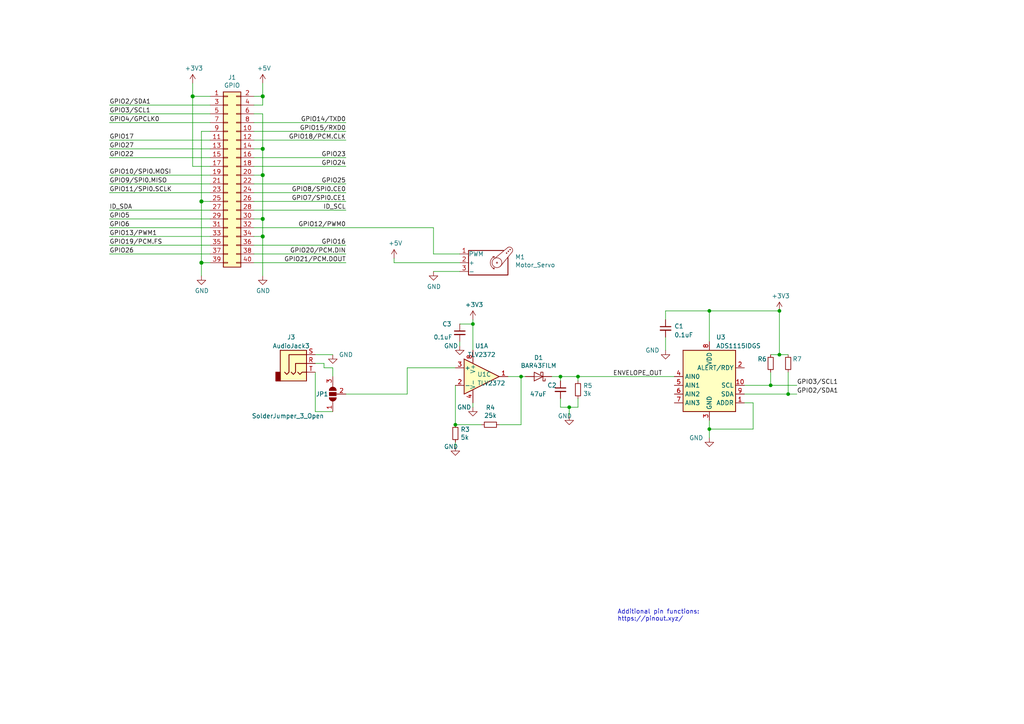
<source format=kicad_sch>
(kicad_sch (version 20230121) (generator eeschema)
  (paper "A4")
  (title_block (date "15 nov 2012"))
  (lib_symbols
    (symbol "Alexa_kicad_PCB-rescue:BAR43FILM-Diode" (pin_numbers hide) (pin_names (offset 1.016) hide)
      (property "Reference" "D" (at 0 2.54 0))
      (property "Value" "Diode_BAR43FILM" (at 0 -2.54 0))
      (symbol "BAR43FILM-Diode_0_1"
        (polyline (pts (xy 1.27 0) (xy -1.27 0)))
        (polyline (pts (xy 1.27 1.27) (xy 1.27 -1.27) (xy -1.27 0) (xy 1.27 1.27)) (stroke (width 0.2032)))
        (polyline (pts (xy -1.905 0.635) (xy -1.905 1.27) (xy -1.27 1.27) (xy -1.27 -1.27) (xy -0.635 -1.27) (xy -0.635 -0.635)) (stroke (width 0.2032)))
      )
      (symbol "BAR43FILM-Diode_1_1"
        (pin passive line (at 3.81 0 180) (length 2.54) (name "A") (number "1"))
        (pin no_connect line (at 3.81 2.54 180) (length 2.54) hide (name "NC") (number "2"))
        (pin passive line (at -3.81 0 0) (length 2.54) (name "K") (number "3"))
      )
    )
    (symbol "Amplifier_Operational:TLV2372" (pin_names (offset 0.127))
      (property "Reference" "U" (at 0 5.08 0))
      (property "Value" "TLV2372" (at 0 -5.08 0))
      (symbol "TLV2372_1_1"
        (polyline (pts (xy -5.08 5.08) (xy 5.08 0) (xy -5.08 -5.08) (xy -5.08 5.08)) (stroke (width 0.254)) (fill (type background)))
        (pin output line (at 7.62 0 180) (length 2.54) (name "~") (number "1"))
        (pin input line (at -7.62 -2.54 0) (length 2.54) (name "-") (number "2"))
        (pin input line (at -7.62 2.54 0) (length 2.54) (name "+") (number "3"))
      )
      (symbol "TLV2372_2_1"
        (polyline (pts (xy -5.08 5.08) (xy 5.08 0) (xy -5.08 -5.08) (xy -5.08 5.08)) (stroke (width 0.254)) (fill (type background)))
        (pin input line (at -7.62 2.54 0) (length 2.54) (name "+") (number "5"))
        (pin input line (at -7.62 -2.54 0) (length 2.54) (name "-") (number "6"))
        (pin output line (at 7.62 0 180) (length 2.54) (name "~") (number "7"))
      )
      (symbol "TLV2372_3_1"
        (pin power_in line (at -2.54 -7.62 90) (length 3.81) (name "V-") (number "4"))
        (pin power_in line (at -2.54 7.62 270) (length 3.81) (name "V+") (number "8"))
      )
    )
    (symbol "Analog_ADC:ADS1115IDGS"
      (property "Reference" "U" (at 2.54 13.97 0))
      (property "Value" "ADS1115IDGS" (at 7.62 11.43 0))
      (symbol "ADS1115IDGS_0_1"
        (rectangle (start -7.62 10.16) (end 7.62 -7.62) (stroke (width 0.254)) (fill (type background)))
      )
      (symbol "ADS1115IDGS_1_1"
        (pin input line (at 10.16 -5.08 180) (length 2.54) (name "ADDR") (number "1"))
        (pin input line (at 10.16 0 180) (length 2.54) (name "SCL") (number "10"))
        (pin output line (at 10.16 5.08 180) (length 2.54) (name "ALERT/RDY") (number "2"))
        (pin power_in line (at 0 -10.16 90) (length 2.54) (name "GND") (number "3"))
        (pin input line (at -10.16 2.54 0) (length 2.54) (name "AIN0") (number "4"))
        (pin input line (at -10.16 0 0) (length 2.54) (name "AIN1") (number "5"))
        (pin input line (at -10.16 -2.54 0) (length 2.54) (name "AIN2") (number "6"))
        (pin input line (at -10.16 -5.08 0) (length 2.54) (name "AIN3") (number "7"))
        (pin power_in line (at 0 12.7 270) (length 2.54) (name "VDD") (number "8"))
        (pin bidirectional line (at 10.16 -2.54 180) (length 2.54) (name "SDA") (number "9"))
      )
    )
    (symbol "Connector_Audio:AudioJack3"
      (property "Reference" "J" (at 0 8.89 0))
      (property "Value" "AudioJack3" (at 0 6.35 0))
      (symbol "AudioJack3_0_1"
        (rectangle (start -5.08 -5.08) (end -6.35 -2.54) (stroke (width 0.254)) (fill (type outline)))
        (polyline (pts (xy 0 -2.54) (xy 0.635 -3.175) (xy 1.27 -2.54) (xy 2.54 -2.54)) (stroke (width 0.254)))
        (polyline (pts (xy -1.905 -2.54) (xy -1.27 -3.175) (xy -0.635 -2.54) (xy -0.635 0) (xy 2.54 0)) (stroke (width 0.254)))
        (polyline (pts (xy 2.54 2.54) (xy -2.54 2.54) (xy -2.54 -2.54) (xy -3.175 -3.175) (xy -3.81 -2.54)) (stroke (width 0.254)))
        (rectangle (start 2.54 3.81) (end -5.08 -5.08) (stroke (width 0.254)) (fill (type background)))
      )
      (symbol "AudioJack3_1_1"
        (pin passive line (at 5.08 0 180) (length 2.54) (name "~") (number "R"))
        (pin passive line (at 5.08 2.54 180) (length 2.54) (name "~") (number "S"))
        (pin passive line (at 5.08 -2.54 180) (length 2.54) (name "~") (number "T"))
      )
    )
    (symbol "Connector_Generic:Conn_02x20_Odd_Even" (pin_names (offset 1.016) hide)
      (property "Reference" "J" (at 1.27 25.4 0))
      (property "Value" "Conn_02x20_Odd_Even" (at 1.27 -27.94 0))
      (symbol "Conn_02x20_Odd_Even_1_1"
        (rectangle (start -1.27 -25.273) (end 0 -25.527) (stroke (width 0.1524)))
        (rectangle (start -1.27 -22.733) (end 0 -22.987) (stroke (width 0.1524)))
        (rectangle (start -1.27 -20.193) (end 0 -20.447) (stroke (width 0.1524)))
        (rectangle (start -1.27 -17.653) (end 0 -17.907) (stroke (width 0.1524)))
        (rectangle (start -1.27 -15.113) (end 0 -15.367) (stroke (width 0.1524)))
        (rectangle (start -1.27 -12.573) (end 0 -12.827) (stroke (width 0.1524)))
        (rectangle (start -1.27 -10.033) (end 0 -10.287) (stroke (width 0.1524)))
        (rectangle (start -1.27 -7.493) (end 0 -7.747) (stroke (width 0.1524)))
        (rectangle (start -1.27 -4.953) (end 0 -5.207) (stroke (width 0.1524)))
        (rectangle (start -1.27 -2.413) (end 0 -2.667) (stroke (width 0.1524)))
        (rectangle (start -1.27 0.127) (end 0 -0.127) (stroke (width 0.1524)))
        (rectangle (start -1.27 2.667) (end 0 2.413) (stroke (width 0.1524)))
        (rectangle (start -1.27 5.207) (end 0 4.953) (stroke (width 0.1524)))
        (rectangle (start -1.27 7.747) (end 0 7.493) (stroke (width 0.1524)))
        (rectangle (start -1.27 10.287) (end 0 10.033) (stroke (width 0.1524)))
        (rectangle (start -1.27 12.827) (end 0 12.573) (stroke (width 0.1524)))
        (rectangle (start -1.27 15.367) (end 0 15.113) (stroke (width 0.1524)))
        (rectangle (start -1.27 17.907) (end 0 17.653) (stroke (width 0.1524)))
        (rectangle (start -1.27 20.447) (end 0 20.193) (stroke (width 0.1524)))
        (rectangle (start -1.27 22.987) (end 0 22.733) (stroke (width 0.1524)))
        (rectangle (start -1.27 24.13) (end 3.81 -26.67) (stroke (width 0.254)) (fill (type background)))
        (rectangle (start 3.81 -25.273) (end 2.54 -25.527) (stroke (width 0.1524)))
        (rectangle (start 3.81 -22.733) (end 2.54 -22.987) (stroke (width 0.1524)))
        (rectangle (start 3.81 -20.193) (end 2.54 -20.447) (stroke (width 0.1524)))
        (rectangle (start 3.81 -17.653) (end 2.54 -17.907) (stroke (width 0.1524)))
        (rectangle (start 3.81 -15.113) (end 2.54 -15.367) (stroke (width 0.1524)))
        (rectangle (start 3.81 -12.573) (end 2.54 -12.827) (stroke (width 0.1524)))
        (rectangle (start 3.81 -10.033) (end 2.54 -10.287) (stroke (width 0.1524)))
        (rectangle (start 3.81 -7.493) (end 2.54 -7.747) (stroke (width 0.1524)))
        (rectangle (start 3.81 -4.953) (end 2.54 -5.207) (stroke (width 0.1524)))
        (rectangle (start 3.81 -2.413) (end 2.54 -2.667) (stroke (width 0.1524)))
        (rectangle (start 3.81 0.127) (end 2.54 -0.127) (stroke (width 0.1524)))
        (rectangle (start 3.81 2.667) (end 2.54 2.413) (stroke (width 0.1524)))
        (rectangle (start 3.81 5.207) (end 2.54 4.953) (stroke (width 0.1524)))
        (rectangle (start 3.81 7.747) (end 2.54 7.493) (stroke (width 0.1524)))
        (rectangle (start 3.81 10.287) (end 2.54 10.033) (stroke (width 0.1524)))
        (rectangle (start 3.81 12.827) (end 2.54 12.573) (stroke (width 0.1524)))
        (rectangle (start 3.81 15.367) (end 2.54 15.113) (stroke (width 0.1524)))
        (rectangle (start 3.81 17.907) (end 2.54 17.653) (stroke (width 0.1524)))
        (rectangle (start 3.81 20.447) (end 2.54 20.193) (stroke (width 0.1524)))
        (rectangle (start 3.81 22.987) (end 2.54 22.733) (stroke (width 0.1524)))
        (pin passive line (at -5.08 22.86 0) (length 3.81) (name "Pin_1") (number "1"))
        (pin passive line (at 7.62 12.7 180) (length 3.81) (name "Pin_10") (number "10"))
        (pin passive line (at -5.08 10.16 0) (length 3.81) (name "Pin_11") (number "11"))
        (pin passive line (at 7.62 10.16 180) (length 3.81) (name "Pin_12") (number "12"))
        (pin passive line (at -5.08 7.62 0) (length 3.81) (name "Pin_13") (number "13"))
        (pin passive line (at 7.62 7.62 180) (length 3.81) (name "Pin_14") (number "14"))
        (pin passive line (at -5.08 5.08 0) (length 3.81) (name "Pin_15") (number "15"))
        (pin passive line (at 7.62 5.08 180) (length 3.81) (name "Pin_16") (number "16"))
        (pin passive line (at -5.08 2.54 0) (length 3.81) (name "Pin_17") (number "17"))
        (pin passive line (at 7.62 2.54 180) (length 3.81) (name "Pin_18") (number "18"))
        (pin passive line (at -5.08 0 0) (length 3.81) (name "Pin_19") (number "19"))
        (pin passive line (at 7.62 22.86 180) (length 3.81) (name "Pin_2") (number "2"))
        (pin passive line (at 7.62 0 180) (length 3.81) (name "Pin_20") (number "20"))
        (pin passive line (at -5.08 -2.54 0) (length 3.81) (name "Pin_21") (number "21"))
        (pin passive line (at 7.62 -2.54 180) (length 3.81) (name "Pin_22") (number "22"))
        (pin passive line (at -5.08 -5.08 0) (length 3.81) (name "Pin_23") (number "23"))
        (pin passive line (at 7.62 -5.08 180) (length 3.81) (name "Pin_24") (number "24"))
        (pin passive line (at -5.08 -7.62 0) (length 3.81) (name "Pin_25") (number "25"))
        (pin passive line (at 7.62 -7.62 180) (length 3.81) (name "Pin_26") (number "26"))
        (pin passive line (at -5.08 -10.16 0) (length 3.81) (name "Pin_27") (number "27"))
        (pin passive line (at 7.62 -10.16 180) (length 3.81) (name "Pin_28") (number "28"))
        (pin passive line (at -5.08 -12.7 0) (length 3.81) (name "Pin_29") (number "29"))
        (pin passive line (at -5.08 20.32 0) (length 3.81) (name "Pin_3") (number "3"))
        (pin passive line (at 7.62 -12.7 180) (length 3.81) (name "Pin_30") (number "30"))
        (pin passive line (at -5.08 -15.24 0) (length 3.81) (name "Pin_31") (number "31"))
        (pin passive line (at 7.62 -15.24 180) (length 3.81) (name "Pin_32") (number "32"))
        (pin passive line (at -5.08 -17.78 0) (length 3.81) (name "Pin_33") (number "33"))
        (pin passive line (at 7.62 -17.78 180) (length 3.81) (name "Pin_34") (number "34"))
        (pin passive line (at -5.08 -20.32 0) (length 3.81) (name "Pin_35") (number "35"))
        (pin passive line (at 7.62 -20.32 180) (length 3.81) (name "Pin_36") (number "36"))
        (pin passive line (at -5.08 -22.86 0) (length 3.81) (name "Pin_37") (number "37"))
        (pin passive line (at 7.62 -22.86 180) (length 3.81) (name "Pin_38") (number "38"))
        (pin passive line (at -5.08 -25.4 0) (length 3.81) (name "Pin_39") (number "39"))
        (pin passive line (at 7.62 20.32 180) (length 3.81) (name "Pin_4") (number "4"))
        (pin passive line (at 7.62 -25.4 180) (length 3.81) (name "Pin_40") (number "40"))
        (pin passive line (at -5.08 17.78 0) (length 3.81) (name "Pin_5") (number "5"))
        (pin passive line (at 7.62 17.78 180) (length 3.81) (name "Pin_6") (number "6"))
        (pin passive line (at -5.08 15.24 0) (length 3.81) (name "Pin_7") (number "7"))
        (pin passive line (at 7.62 15.24 180) (length 3.81) (name "Pin_8") (number "8"))
        (pin passive line (at -5.08 12.7 0) (length 3.81) (name "Pin_9") (number "9"))
      )
    )
    (symbol "Device:C_Small" (pin_numbers hide) (pin_names (offset 0.254) hide)
      (property "Reference" "C" (at 0.254 1.778 0))
      (property "Value" "C_Small" (at 0.254 -2.032 0))
      (symbol "C_Small_0_1"
        (polyline (pts (xy -1.524 -0.508) (xy 1.524 -0.508)) (stroke (width 0.3302)))
        (polyline (pts (xy -1.524 0.508) (xy 1.524 0.508)) (stroke (width 0.3048)))
      )
      (symbol "C_Small_1_1"
        (pin passive line (at 0 2.54 270) (length 2.032) (name "~") (number "1"))
        (pin passive line (at 0 -2.54 90) (length 2.032) (name "~") (number "2"))
      )
    )
    (symbol "Device:R_Small" (pin_numbers hide) (pin_names (offset 0.254) hide)
      (property "Reference" "R" (at 0.762 0.508 0))
      (property "Value" "R_Small" (at 0.762 -1.016 0))
      (symbol "R_Small_0_1"
        (rectangle (start -0.762 1.778) (end 0.762 -1.778) (stroke (width 0.2032)))
      )
      (symbol "R_Small_1_1"
        (pin passive line (at 0 2.54 270) (length 0.762) (name "~") (number "1"))
        (pin passive line (at 0 -2.54 90) (length 0.762) (name "~") (number "2"))
      )
    )
    (symbol "Jumper:SolderJumper_3_Open" (pin_names (offset 0) hide)
      (property "Reference" "JP" (at -2.54 -2.54 0))
      (property "Value" "SolderJumper_3_Open" (at 0 2.794 0))
      (symbol "SolderJumper_3_Open_0_1"
        (arc (start -1.016 1.016) (mid -2.0276 0) (end -1.016 -1.016))
        (arc (start -1.016 1.016) (mid -2.0276 0) (end -1.016 -1.016) (fill (type outline)))
        (rectangle (start -0.508 1.016) (end 0.508 -1.016) (fill (type outline)))
        (polyline (pts (xy -2.54 0) (xy -2.032 0)))
        (polyline (pts (xy -1.016 1.016) (xy -1.016 -1.016)))
        (polyline (pts (xy 0 -1.27) (xy 0 -1.016)))
        (polyline (pts (xy 1.016 1.016) (xy 1.016 -1.016)))
        (polyline (pts (xy 2.54 0) (xy 2.032 0)))
        (arc (start 1.016 -1.016) (mid 2.0276 0) (end 1.016 1.016))
        (arc (start 1.016 -1.016) (mid 2.0276 0) (end 1.016 1.016) (fill (type outline)))
      )
      (symbol "SolderJumper_3_Open_1_1"
        (pin passive line (at -5.08 0 0) (length 2.54) (name "A") (number "1"))
        (pin passive line (at 0 -3.81 90) (length 2.54) (name "C") (number "2"))
        (pin passive line (at 5.08 0 180) (length 2.54) (name "B") (number "3"))
      )
    )
    (symbol "Motor:Motor_Servo" (pin_names (offset 0.0254))
      (property "Reference" "M" (at -5.08 4.445 0))
      (property "Value" "Motor_Servo" (at -5.08 -4.064 0))
      (symbol "Motor_Servo_0_1"
        (polyline (pts (xy 2.413 -1.778) (xy 2.032 -1.778)))
        (polyline (pts (xy 2.413 -1.778) (xy 2.286 -1.397)))
        (polyline (pts (xy 2.413 1.778) (xy 1.905 1.778)))
        (polyline (pts (xy 2.413 1.778) (xy 2.286 1.397)))
        (polyline (pts (xy 6.35 4.445) (xy 2.54 1.27)))
        (polyline (pts (xy 7.62 3.175) (xy 4.191 -1.016)))
        (polyline (pts (xy 5.08 3.556) (xy -5.08 3.556) (xy -5.08 -3.556) (xy 6.35 -3.556) (xy 6.35 1.524)) (stroke (width 0.254)))
        (arc (start 2.413 1.778) (mid 1.2406 0) (end 2.413 -1.778))
        (circle (center 3.175 0) (radius 0.1778))
        (circle (center 3.175 0) (radius 1.4224))
        (circle (center 5.969 2.794) (radius 0.127))
        (circle (center 6.477 3.302) (radius 0.127))
        (circle (center 6.985 3.81) (radius 0.127))
        (arc (start 7.62 3.175) (mid 7.4485 4.2735) (end 6.35 4.445))
      )
      (symbol "Motor_Servo_1_1"
        (pin passive line (at -7.62 2.54 0) (length 2.54) (name "PWM") (number "1"))
        (pin passive line (at -7.62 0 0) (length 2.54) (name "+") (number "2"))
        (pin passive line (at -7.62 -2.54 0) (length 2.54) (name "-") (number "3"))
      )
    )
    (symbol "power:+3.3V" (power) (pin_names (offset 0))
      (property "Value" "+3.3V" (at 0 3.556 0))
      (symbol "+3.3V_0_1"
        (polyline (pts (xy -0.762 1.27) (xy 0 2.54)))
        (polyline (pts (xy 0 0) (xy 0 2.54)))
        (polyline (pts (xy 0 2.54) (xy 0.762 1.27)))
      )
      (symbol "+3.3V_1_1"
        (pin power_in line (at 0 0 90) (length 0) hide (name "+3V3") (number "1"))
      )
    )
    (symbol "power:+5V" (power) (pin_names (offset 0))
      (property "Value" "+5V" (at 0 3.556 0))
      (symbol "+5V_0_1"
        (polyline (pts (xy -0.762 1.27) (xy 0 2.54)))
        (polyline (pts (xy 0 0) (xy 0 2.54)))
        (polyline (pts (xy 0 2.54) (xy 0.762 1.27)))
      )
      (symbol "+5V_1_1"
        (pin power_in line (at 0 0 90) (length 0) hide (name "+5V") (number "1"))
      )
    )
    (symbol "power:GND" (power) (pin_names (offset 0))
      (property "Value" "GND" (at 0 -3.81 0))
      (symbol "GND_0_1"
        (polyline (pts (xy 0 0) (xy 0 -1.27) (xy 1.27 -1.27) (xy 0 -2.54) (xy -1.27 -1.27) (xy 0 -1.27)))
      )
      (symbol "GND_1_1"
        (pin power_in line (at 0 0 270) (length 0) hide (name "GND") (number "1"))
      )
    )
  )
  (junction (at 223.52 111.76))
  (junction (at 137.16 93.98))
  (junction (at 76.2 27.94) (diameter 1.016))
  (junction (at 76.2 43.18) (diameter 1.016))
  (junction (at 205.74 90.17))
  (junction (at 58.42 76.2) (diameter 1.016))
  (junction (at 226.06 90.17))
  (junction (at 58.42 58.42) (diameter 1.016))
  (junction (at 132.08 123.19))
  (junction (at 226.06 102.87))
  (junction (at 205.74 124.46))
  (junction (at 76.2 68.58) (diameter 1.016))
  (junction (at 167.64 109.22))
  (junction (at 76.2 63.5) (diameter 1.016))
  (junction (at 151.13 109.22))
  (junction (at 76.2 50.8) (diameter 1.016))
  (junction (at 165.1 118.11))
  (junction (at 228.6 114.3))
  (junction (at 162.56 109.22))
  (junction (at 55.88 27.94) (diameter 1.016))
  (wire (pts (xy 58.42 58.42) (xy 58.42 76.2)))
  (wire (pts (xy 73.66 58.42) (xy 100.33 58.42)))
  (wire (pts (xy 205.74 124.46) (xy 205.74 127)))
  (wire (pts (xy 60.96 40.64) (xy 31.75 40.64)))
  (wire (pts (xy 226.06 90.17) (xy 205.74 90.17)))
  (wire (pts (xy 205.74 90.17) (xy 205.74 99.06)))
  (wire (pts (xy 76.2 33.02) (xy 76.2 43.18)))
  (wire (pts (xy 76.2 50.8) (xy 73.66 50.8)))
  (wire (pts (xy 132.08 123.19) (xy 139.7 123.19)))
  (wire (pts (xy 223.52 111.76) (xy 231.14 111.76)))
  (wire (pts (xy 76.2 63.5) (xy 76.2 68.58)))
  (wire (pts (xy 167.64 109.22) (xy 195.58 109.22)))
  (wire (pts (xy 162.56 109.22) (xy 162.56 110.49)))
  (wire (pts (xy 76.2 50.8) (xy 76.2 63.5)))
  (wire (pts (xy 73.66 35.56) (xy 100.33 35.56)))
  (wire (pts (xy 228.6 107.95) (xy 228.6 114.3)))
  (wire (pts (xy 58.42 38.1) (xy 58.42 58.42)))
  (wire (pts (xy 167.64 118.11) (xy 167.64 115.57)))
  (wire (pts (xy 58.42 38.1) (xy 60.96 38.1)))
  (wire (pts (xy 165.1 118.11) (xy 165.1 120.65)))
  (wire (pts (xy 73.66 55.88) (xy 100.33 55.88)))
  (wire (pts (xy 60.96 60.96) (xy 31.75 60.96)))
  (wire (pts (xy 31.75 63.5) (xy 60.96 63.5)))
  (wire (pts (xy 218.44 116.84) (xy 218.44 124.46)))
  (wire (pts (xy 205.74 121.92) (xy 205.74 124.46)))
  (wire (pts (xy 193.04 97.79) (xy 193.04 101.6)))
  (wire (pts (xy 58.42 58.42) (xy 60.96 58.42)))
  (wire (pts (xy 73.66 45.72) (xy 100.33 45.72)))
  (wire (pts (xy 96.52 106.68) (xy 96.52 109.22)))
  (wire (pts (xy 73.66 76.2) (xy 100.33 76.2)))
  (wire (pts (xy 58.42 76.2) (xy 58.42 80.01)))
  (wire (pts (xy 31.75 43.18) (xy 60.96 43.18)))
  (wire (pts (xy 162.56 115.57) (xy 162.56 118.11)))
  (wire (pts (xy 55.88 24.13) (xy 55.88 27.94)))
  (wire (pts (xy 76.2 68.58) (xy 73.66 68.58)))
  (wire (pts (xy 118.11 114.3) (xy 118.11 106.68)))
  (wire (pts (xy 91.44 105.41) (xy 93.98 105.41)))
  (wire (pts (xy 31.75 33.02) (xy 60.96 33.02)))
  (wire (pts (xy 73.66 66.04) (xy 125.73 66.04)))
  (wire (pts (xy 114.3 74.93) (xy 114.3 76.2)))
  (wire (pts (xy 93.98 105.41) (xy 93.98 106.68)))
  (wire (pts (xy 31.75 55.88) (xy 60.96 55.88)))
  (wire (pts (xy 55.88 48.26) (xy 60.96 48.26)))
  (wire (pts (xy 160.02 109.22) (xy 162.56 109.22)))
  (wire (pts (xy 60.96 30.48) (xy 31.75 30.48)))
  (wire (pts (xy 76.2 27.94) (xy 76.2 30.48)))
  (wire (pts (xy 151.13 109.22) (xy 147.32 109.22)))
  (wire (pts (xy 76.2 43.18) (xy 76.2 50.8)))
  (wire (pts (xy 73.66 40.64) (xy 100.33 40.64)))
  (wire (pts (xy 76.2 43.18) (xy 73.66 43.18)))
  (wire (pts (xy 114.3 76.2) (xy 133.35 76.2)))
  (wire (pts (xy 76.2 24.13) (xy 76.2 27.94)))
  (wire (pts (xy 226.06 90.17) (xy 226.06 102.87)))
  (wire (pts (xy 100.33 114.3) (xy 118.11 114.3)))
  (wire (pts (xy 133.35 93.98) (xy 137.16 93.98)))
  (wire (pts (xy 31.75 35.56) (xy 60.96 35.56)))
  (wire (pts (xy 76.2 27.94) (xy 73.66 27.94)))
  (wire (pts (xy 55.88 27.94) (xy 55.88 48.26)))
  (wire (pts (xy 125.73 78.74) (xy 133.35 78.74)))
  (wire (pts (xy 73.66 48.26) (xy 100.33 48.26)))
  (wire (pts (xy 73.66 38.1) (xy 100.33 38.1)))
  (wire (pts (xy 125.73 66.04) (xy 125.73 73.66)))
  (wire (pts (xy 118.11 106.68) (xy 132.08 106.68)))
  (wire (pts (xy 193.04 90.17) (xy 205.74 90.17)))
  (wire (pts (xy 167.64 109.22) (xy 167.64 110.49)))
  (wire (pts (xy 218.44 124.46) (xy 205.74 124.46)))
  (wire (pts (xy 31.75 45.72) (xy 60.96 45.72)))
  (wire (pts (xy 31.75 53.34) (xy 60.96 53.34)))
  (wire (pts (xy 223.52 102.87) (xy 226.06 102.87)))
  (wire (pts (xy 133.35 99.06) (xy 133.35 100.33)))
  (wire (pts (xy 93.98 106.68) (xy 96.52 106.68)))
  (wire (pts (xy 31.75 66.04) (xy 60.96 66.04)))
  (wire (pts (xy 76.2 30.48) (xy 73.66 30.48)))
  (wire (pts (xy 91.44 107.95) (xy 91.44 119.38)))
  (wire (pts (xy 31.75 71.12) (xy 60.96 71.12)))
  (wire (pts (xy 73.66 71.12) (xy 100.33 71.12)))
  (wire (pts (xy 58.42 76.2) (xy 60.96 76.2)))
  (wire (pts (xy 132.08 111.76) (xy 132.08 123.19)))
  (wire (pts (xy 144.78 123.19) (xy 151.13 123.19)))
  (wire (pts (xy 137.16 116.84) (xy 137.16 118.11)))
  (wire (pts (xy 73.66 73.66) (xy 100.33 73.66)))
  (wire (pts (xy 76.2 33.02) (xy 73.66 33.02)))
  (wire (pts (xy 223.52 107.95) (xy 223.52 111.76)))
  (wire (pts (xy 31.75 73.66) (xy 60.96 73.66)))
  (wire (pts (xy 215.9 114.3) (xy 228.6 114.3)))
  (wire (pts (xy 193.04 92.71) (xy 193.04 90.17)))
  (wire (pts (xy 215.9 116.84) (xy 218.44 116.84)))
  (wire (pts (xy 76.2 68.58) (xy 76.2 80.01)))
  (wire (pts (xy 73.66 53.34) (xy 100.33 53.34)))
  (wire (pts (xy 60.96 68.58) (xy 31.75 68.58)))
  (wire (pts (xy 132.08 128.27) (xy 132.08 129.54)))
  (wire (pts (xy 151.13 109.22) (xy 152.4 109.22)))
  (wire (pts (xy 76.2 63.5) (xy 73.66 63.5)))
  (wire (pts (xy 137.16 93.98) (xy 137.16 101.6)))
  (wire (pts (xy 125.73 73.66) (xy 133.35 73.66)))
  (wire (pts (xy 228.6 114.3) (xy 231.14 114.3)))
  (wire (pts (xy 55.88 27.94) (xy 60.96 27.94)))
  (wire (pts (xy 162.56 109.22) (xy 167.64 109.22)))
  (wire (pts (xy 162.56 118.11) (xy 165.1 118.11)))
  (wire (pts (xy 215.9 111.76) (xy 223.52 111.76)))
  (wire (pts (xy 165.1 118.11) (xy 167.64 118.11)))
  (wire (pts (xy 226.06 102.87) (xy 228.6 102.87)))
  (wire (pts (xy 137.16 92.71) (xy 137.16 93.98)))
  (wire (pts (xy 91.44 102.87) (xy 96.52 102.87)))
  (wire (pts (xy 60.96 50.8) (xy 31.75 50.8)))
  (wire (pts (xy 73.66 60.96) (xy 100.33 60.96)))
  (wire (pts (xy 91.44 119.38) (xy 96.52 119.38)))
  (wire (pts (xy 151.13 123.19) (xy 151.13 109.22)))
  (text "Additional pin functions:\nhttps://pinout.xyz/" (at 179.07 180.34 0) (effects (font (size 1.27 1.27)) (justify left bottom)))
  (label "ID_SDA" (at 31.75 60.96 0))
  (label "GPIO6" (at 31.75 66.04 0))
  (label "GPIO2{slash}SDA1" (at 231.14 114.3 0))
  (label "ID_SCL" (at 100.33 60.96 180))
  (label "GPIO5" (at 31.75 63.5 0))
  (label "GPIO21{slash}PCM.DOUT" (at 100.33 76.2 180))
  (label "GPIO19{slash}PCM.FS" (at 31.75 71.12 0))
  (label "GPIO10{slash}SPI0.MOSI" (at 31.75 50.8 0))
  (label "GPIO9{slash}SPI0.MISO" (at 31.75 53.34 0))
  (label "GPIO3{slash}SCL1" (at 231.14 111.76 0))
  (label "GPIO23" (at 100.33 45.72 180))
  (label "GPIO4{slash}GPCLK0" (at 31.75 35.56 0))
  (label "ENVELOPE_OUT" (at 177.8 109.22 0))
  (label "GPIO27" (at 31.75 43.18 0))
  (label "GPIO26" (at 31.75 73.66 0))
  (label "GPIO14{slash}TXD0" (at 100.33 35.56 180))
  (label "GPIO8{slash}SPI0.CE0" (at 100.33 55.88 180))
  (label "GPIO15{slash}RXD0" (at 100.33 38.1 180))
  (label "GPIO16" (at 100.33 71.12 180))
  (label "GPIO22" (at 31.75 45.72 0))
  (label "GPIO2{slash}SDA1" (at 31.75 30.48 0))
  (label "GPIO17" (at 31.75 40.64 0))
  (label "GPIO25" (at 100.33 53.34 180))
  (label "GPIO3{slash}SCL1" (at 31.75 33.02 0))
  (label "GPIO18{slash}PCM.CLK" (at 100.33 40.64 180))
  (label "GPIO12{slash}PWM0" (at 100.33 66.04 180))
  (label "GPIO13{slash}PWM1" (at 31.75 68.58 0))
  (label "GPIO20{slash}PCM.DIN" (at 100.33 73.66 180))
  (label "GPIO24" (at 100.33 48.26 180))
  (label "GPIO7{slash}SPI0.CE1" (at 100.33 58.42 180))
  (label "GPIO11{slash}SPI0.SCLK" (at 31.75 55.88 0))
  (symbol (lib_id "power:+5V") (at 76.2 24.13 0) (unit 1)
    (property "Reference" "#PWR01" (effects hide))
    (property "Value" "+5V" (at 76.5683 19.8056 0))
  )
  (symbol (lib_id "power:+3.3V") (at 55.88 24.13 0) (unit 1)
    (property "Reference" "#PWR04" (effects hide))
    (property "Value" "+3.3V" (at 56.2483 19.8056 0))
  )
  (symbol (lib_id "power:GND") (at 76.2 80.01 0) (unit 1)
    (property "Reference" "#PWR02" (effects hide))
    (property "Value" "GND" (at 76.3143 84.3344 0))
  )
  (symbol (lib_id "power:GND") (at 58.42 80.01 0) (unit 1)
    (property "Reference" "#PWR03" (effects hide))
    (property "Value" "GND" (at 58.5343 84.3344 0))
  )
  (symbol (lib_id "Connector_Generic:Conn_02x20_Odd_Even") (at 66.04 50.8 0) (unit 1)
    (property "Reference" "J1" (at 67.31 22.4598 0))
    (property "Value" "GPIO" (at 67.31 24.765 0))
    (property "Footprint" "Connector_PinSocket_2.54mm:PinSocket_2x20_P2.54mm_Vertical" (effects hide))
  )
  (symbol (lib_id "Device:C_Small") (at 162.56 113.03 0) (unit 1)
    (property "Reference" "C2" (at 158.75 111.76 0) (effects (justify left)))
    (property "Value" "47uF" (at 153.67 114.3 0) (effects (justify left)))
    (property "Footprint" "Capacitor_SMD:C_1206_3216Metric" (effects hide))
  )
  (symbol (lib_id "Amplifier_Operational:TLV2372") (at 139.7 109.22 0) (unit 3)
    (property "Reference" "U1" (at 138.43 108.585 0) (effects (justify left)))
    (property "Value" "TLV2372" (at 138.43 111.125 0) (effects (justify left)))
    (property "Footprint" "Package_SO:SOIC-8_3.9x4.9mm_P1.27mm" (effects hide))
    (property "Datasheet" "http://www.ti.com/lit/ds/symlink/tlv2375.pdf" (effects hide))
  )
  (symbol (lib_id "Motor:Motor_Servo") (at 140.97 76.2 0) (unit 1)
    (property "Reference" "M1" (at 149.4028 74.549 0) (effects (justify left)))
    (property "Value" "Motor_Servo" (at 149.4028 76.8604 0) (effects (justify left)))
    (property "Footprint" "Connector_JST:JST_PH_S3B-PH-K_1x03_P2.00mm_Horizontal" (effects hide))
    (property "Datasheet" "http://forums.parallax.com/uploads/attachments/46831/74481.png" (effects hide))
  )
  (symbol (lib_id "Device:R_Small") (at 223.52 105.41 0) (unit 1)
    (property "Reference" "R6" (at 219.71 104.14 0) (effects (justify left)))
    (property "Value" "R_Small" (effects hide))
    (property "Footprint" "Resistor_SMD:R_0402_1005Metric_Pad0.72x0.64mm_HandSolder" (effects hide))
  )
  (symbol (lib_id "Device:C_Small") (at 193.04 95.25 0) (unit 1)
    (property "Reference" "C1" (at 195.58 94.6213 0) (effects (justify left)))
    (property "Value" "0.1uF" (at 195.58 97.1613 0) (effects (justify left)))
    (property "Footprint" "Capacitor_SMD:C_0603_1608Metric_Pad1.08x0.95mm_HandSolder" (effects hide))
  )
  (symbol (lib_id "power:GND") (at 205.74 127 0) (unit 1)
    (property "Reference" "#PWR09" (effects hide))
    (property "Value" "GND" (at 201.93 127 0))
  )
  (symbol (lib_id "power:GND") (at 133.35 100.33 0) (unit 1)
    (property "Reference" "#PWR015" (effects hide))
    (property "Value" "GND" (at 130.81 100.33 0))
  )
  (symbol (lib_id "Amplifier_Operational:TLV2372") (at 139.7 109.22 0) (unit 1)
    (property "Reference" "U1" (at 139.7 100.33 0))
    (property "Value" "TLV2372" (at 139.7 102.87 0))
    (property "Footprint" "Package_SO:SOIC-8_3.9x4.9mm_P1.27mm" (effects hide))
    (property "Datasheet" "http://www.ti.com/lit/ds/symlink/tlv2375.pdf" (effects hide))
  )
  (symbol (lib_id "Device:R_Small") (at 228.6 105.41 0) (unit 1)
    (property "Reference" "R7" (at 229.87 104.14 0) (effects (justify left)))
    (property "Value" "R_Small" (effects hide))
    (property "Footprint" "Resistor_SMD:R_0402_1005Metric_Pad0.72x0.64mm_HandSolder" (effects hide))
  )
  (symbol (lib_id "Device:C_Small") (at 133.35 96.52 0) (unit 1)
    (property "Reference" "C3" (at 128.27 93.98 0) (effects (justify left)))
    (property "Value" "0.1uF" (at 125.73 97.79 0) (effects (justify left)))
    (property "Footprint" "Capacitor_SMD:C_0603_1608Metric_Pad1.08x0.95mm_HandSolder" (effects hide))
  )
  (symbol (lib_id "power:+5V") (at 114.3 74.93 0) (unit 1)
    (property "Reference" "#PWR010" (effects hide))
    (property "Value" "+5V" (at 114.681 70.5358 0))
  )
  (symbol (lib_id "power:+3.3V") (at 137.16 92.71 0) (unit 1)
    (property "Reference" "#PWR014" (effects hide))
    (property "Value" "+3.3V" (at 137.5283 88.3856 0))
  )
  (symbol (lib_id "Connector_Audio:AudioJack3") (at 86.36 105.41 0) (unit 1)
    (property "Reference" "J3" (at 84.455 97.79 0))
    (property "Value" "AudioJack3" (at 84.455 100.33 0))
    (property "Footprint" "Connector_Audio:Jack_3.5mm_CUI_SJ-3523-SMT_Horizontal" (effects hide))
  )
  (symbol (lib_id "Alexa_kicad_PCB-rescue:BAR43FILM-Diode") (at 156.21 109.22 180) (unit 1)
    (property "Reference" "D1" (at 156.21 103.7336 0))
    (property "Value" "BAR43FILM" (at 156.21 106.045 0))
    (property "Footprint" "Package_TO_SOT_SMD:SOT-23" (effects hide))
    (property "Datasheet" "www.st.com/resource/en/datasheet/bar43.pdf" (effects hide))
  )
  (symbol (lib_id "power:GND") (at 132.08 129.54 0) (unit 1)
    (property "Reference" "#PWR07" (effects hide))
    (property "Value" "GND" (at 130.81 129.54 0))
  )
  (symbol (lib_id "power:GND") (at 137.16 118.11 0) (unit 1)
    (property "Reference" "#PWR012" (effects hide))
    (property "Value" "GND" (at 134.62 118.11 0))
  )
  (symbol (lib_id "power:GND") (at 96.52 102.87 0) (unit 1)
    (property "Reference" "#PWR05" (effects hide))
    (property "Value" "GND" (at 100.33 102.87 0))
  )
  (symbol (lib_id "power:GND") (at 165.1 120.65 0) (unit 1)
    (property "Reference" "#PWR08" (effects hide))
    (property "Value" "GND" (at 163.83 120.65 0))
  )
  (symbol (lib_id "Device:R_Small") (at 167.64 113.03 180) (unit 1)
    (property "Reference" "R5" (at 169.1386 111.8616 0) (effects (justify right)))
    (property "Value" "3k" (at 169.1386 114.173 0) (effects (justify right)))
    (property "Footprint" "Resistor_SMD:R_0603_1608Metric" (effects hide))
  )
  (symbol (lib_id "power:GND") (at 125.73 78.74 0) (unit 1)
    (property "Reference" "#PWR011" (effects hide))
    (property "Value" "GND" (at 125.857 83.1342 0))
  )
  (symbol (lib_id "Jumper:SolderJumper_3_Open") (at 96.52 114.3 90) (unit 1)
    (property "Reference" "JP1" (at 95.25 114.3 90) (effects (justify left)))
    (property "Value" "SolderJumper_3_Open" (at 93.98 120.65 90) (effects (justify left)))
    (property "Footprint" "Jumper:SolderJumper-3_P2.0mm_Open_TrianglePad1.0x1.5mm_NumberLabels" (effects hide))
  )
  (symbol (lib_id "Analog_ADC:ADS1115IDGS") (at 205.74 111.76 0) (unit 1)
    (property "Reference" "U3" (at 207.6959 97.79 0) (effects (justify left)))
    (property "Value" "ADS1115IDGS" (at 207.6959 100.33 0) (effects (justify left)))
    (property "Footprint" "Package_SO:TSSOP-10_3x3mm_P0.5mm" (effects hide))
    (property "Datasheet" "http://www.ti.com/lit/ds/symlink/ads1113.pdf" (effects hide))
  )
  (symbol (lib_id "power:GND") (at 193.04 101.6 0) (unit 1)
    (property "Reference" "#PWR013" (effects hide))
    (property "Value" "GND" (at 189.23 101.6 0))
  )
  (symbol (lib_id "Device:R_Small") (at 132.08 125.73 180) (unit 1)
    (property "Reference" "R3" (at 133.5786 124.5616 0) (effects (justify right)))
    (property "Value" "5k" (at 133.5786 126.873 0) (effects (justify right)))
    (property "Footprint" "Resistor_SMD:R_0603_1608Metric" (effects hide))
  )
  (symbol (lib_id "power:+3.3V") (at 226.06 90.17 0) (unit 1)
    (property "Reference" "#PWR06" (effects hide))
    (property "Value" "+3.3V" (at 226.4283 85.8456 0))
  )
  (symbol (lib_id "Device:R_Small") (at 142.24 123.19 270) (unit 1)
    (property "Reference" "R4" (at 142.24 118.2116 90))
    (property "Value" "25k" (at 142.24 120.523 90))
    (property "Footprint" "Resistor_SMD:R_0603_1608Metric" (effects hide))
  )
)
</source>
